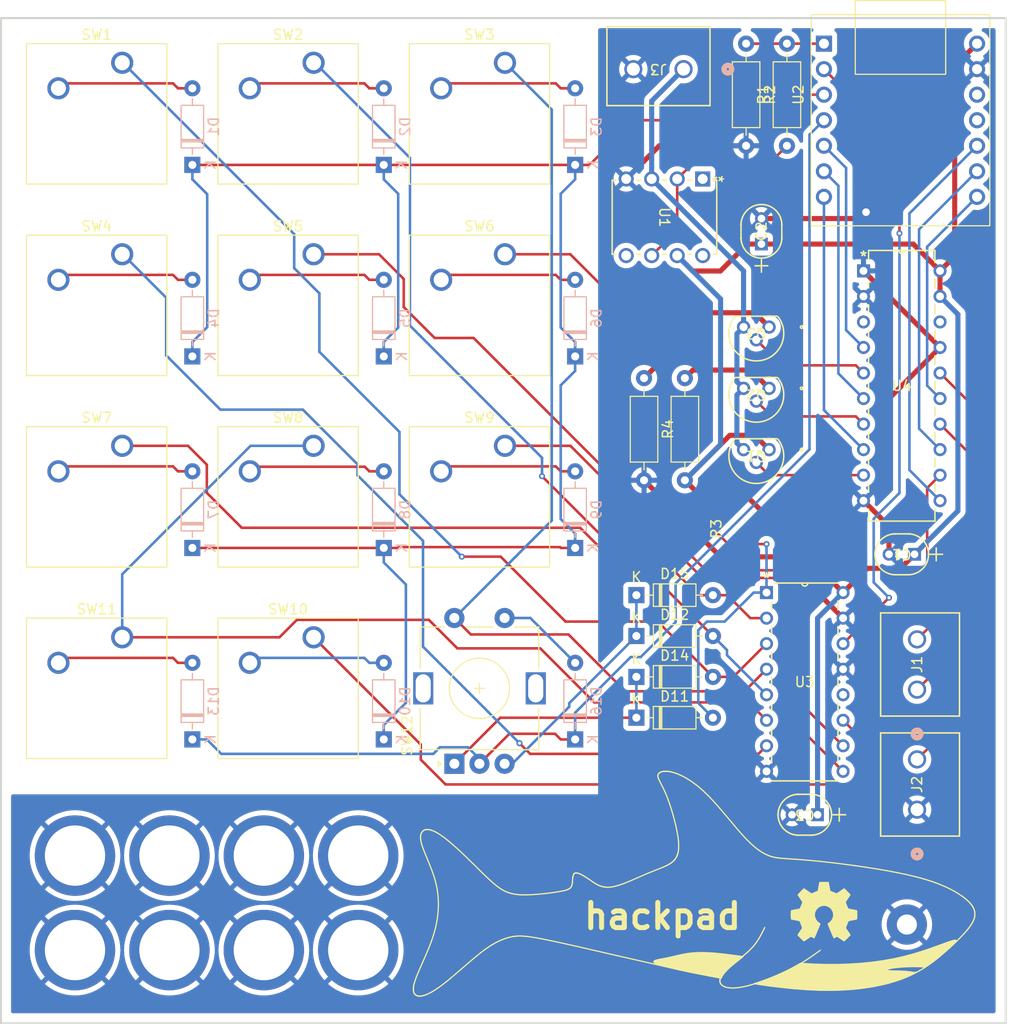
<source format=kicad_pcb>
(kicad_pcb (version 20240108) (generator "pcbnew") (generator_version "8.0")
  (layers (0 "F.Cu" signal) (31 "B.Cu" signal) (34 "B.Paste" user) (35 "F.Paste" user) (36 "B.SilkS" user "B.Silkscreen") (37 "F.SilkS" user "F.Silkscreen") (38 "B.Mask" user) (39 "F.Mask" user) (44 "Edge.Cuts" user))
  (net 0 "")
  (net 1 "5V")
  (net 2 "GND")
  (net 3 "Net-(D1-A)")
  (net 4 "KB0")
  (net 5 "Net-(D2-A)")
  (net 6 "Net-(D3-A)")
  (net 7 "Net-(D4-A)")
  (net 8 "Net-(D5-A)")
  (net 9 "Net-(D6-A)")
  (net 10 "Net-(D7-A)")
  (net 11 "Net-(D8-A)")
  (net 12 "Net-(D9-A)")
  (net 13 "Net-(D10-A)")
  (net 14 "Net-(D11-K)")
  (net 15 "Net-(D11-A)")
  (net 16 "Net-(D12-K)")
  (net 17 "Net-(D12-A)")
  (net 18 "KB1")
  (net 19 "Net-(D13-A)")
  (net 20 "Net-(D14-A)")
  (net 21 "Net-(D15-A)")
  (net 22 "Net-(D16-A)")
  (net 23 "Net-(J1-Pin_2)")
  (net 24 "Net-(J1-Pin_1)")
  (net 25 "Net-(J2-Pin_2)")
  (net 27 "SIG")
  (net 28 "Net-(Q1-G)")
  (net 29 "Net-(Q2-S)")
  (net 30 "Net-(Q2-G)")
  (net 31 "Net-(Q3-G)")
  (net 32 "Net-(Q3-S)")
  (net 33 "Net-(U1--)")
  (net 34 "Net-(U2-PA02_A0_D0)")
  (net 35 "Net-(U3-Q2)")
  (net 36 "Net-(U3-Q3)")
  (net 37 "Net-(U3-Q4)")
  (net 38 "Net-(U3-Q7)")
  (net 39 "Net-(U3-Q8)")
  (net 40 "Net-(U3-Q9)")
  (net 44 "WPU")
  (net 45 "3V3")
  (net 46 "KBCLK")
  (net 47 "PD")
  (net 48 "SPU")
  (net 50 "GP1")
  (net 52 "GP2")
  (net 53 "GP0")
  (footprint "Symbol:Smolhaj_Scale_0.1" (layer "F.Cu") (at 112.181521 104.425362)
    (property "Reference" "REF**" (hide yes))
    (property "Value" "Smolhaj_Scale_0.1")
  )
  (footprint "Diode_THT:D_DO-35_SOD27_P7.62mm_Horizontal" (layer "F.Cu") (at 78.486 80.772)
    (property "Reference" "D14")
    (property "Value" "D")
  )
  (footprint "pmos:TO-92_MC_MCH" (layer "F.Cu") (at 91.694 52.07 180)
    (property "Reference" "Q2")
    (property "Value" "TP2104")
  )
  (footprint "MountingHole:MountingHole_8.4mm_M8_Pad" (layer "F.Cu") (at 41.402 107.95)
    (property "Reference" "REF**" (hide yes))
    (property "Value" "MountingHole_8.4mm_M8_Pad" (hide yes))
  )
  (footprint "Button_Switch_Keyboard:SW_Cherry_MX_1.00u_PCB" (layer "F.Cu") (at 27.305 76.835)
    (property "Reference" "SW11")
    (property "Value" "SW")
  )
  (footprint "opamp:PDIP8_300MC_MCH" (layer "F.Cu") (at 85.09 31.242 -90)
    (property "Reference" "U1")
    (property "Value" "MCP6281-E/P")
  )
  (footprint "Resistor_THT:R_Axial_DIN0207_L6.3mm_D2.5mm_P10.16mm_Horizontal" (layer "F.Cu") (at 93.472 27.94 90)
    (property "Reference" "R1")
    (property "Value" "1k")
  )
  (footprint "MountingHole:MountingHole_8.4mm_M8_Pad" (layer "F.Cu") (at 22.606 107.95)
    (property "Reference" "REF**" (hide yes))
    (property "Value" "MountingHole_8.4mm_M8_Pad" (hide yes))
  )
  (footprint "" (layer "F.Cu") (at 32.004 107.95)
    (property "Reference" "")
    (property "Value" "")
  )
  (footprint "cap:CAP_C320_KEM" (layer "F.Cu") (at 106.172 68.58 180)
    (property "Reference" "C1")
    (property "Value" "100n")
  )
  (footprint "Button_Switch_Keyboard:SW_Cherry_MX_1.00u_PCB" (layer "F.Cu") (at 65.405 19.685)
    (property "Reference" "SW3")
    (property "Value" "SW")
  )
  (footprint "Button_Switch_Keyboard:SW_Cherry_MX_1.00u_PCB" (layer "F.Cu") (at 46.355 76.835)
    (property "Reference" "SW10")
    (property "Value" "SW")
  )
  (footprint "Button_Switch_Keyboard:SW_Cherry_MX_1.00u_PCB" (layer "F.Cu") (at 27.305 38.735)
    (property "Reference" "SW4")
    (property "Value" "SW")
  )
  (footprint "Diode_THT:D_DO-35_SOD27_P7.62mm_Horizontal" (layer "F.Cu") (at 78.486 76.708)
    (property "Reference" "D12")
    (property "Value" "D")
  )
  (footprint "nmos:TO-92_MC_MCH" (layer "F.Cu") (at 91.694 45.974 180)
    (property "Reference" "Q3")
    (property "Value" "TN2106")
  )
  (footprint "Button_Switch_Keyboard:SW_Cherry_MX_1.00u_PCB" (layer "F.Cu") (at 27.305 57.785)
    (property "Reference" "SW7")
    (property "Value" "SW")
  )
  (footprint "Button_Switch_Keyboard:SW_Cherry_MX_1.00u_PCB" (layer "F.Cu") (at 46.355 57.785)
    (property "Reference" "SW8")
    (property "Value" "SW")
  )
  (footprint "" (layer "F.Cu") (at 50.8 107.95)
    (property "Reference" "")
    (property "Value" "")
  )
  (footprint "Symbol:OSHW-Symbol_6.7x6mm_SilkScreen" (layer "F.Cu") (at 97.155 104.14)
    (property "Reference" "REF**" (hide yes))
    (property "Value" "OSHW-Symbol_6.7x6mm_SilkScreen" (hide yes))
  )
  (footprint "Resistor_THT:R_Axial_DIN0207_L6.3mm_D2.5mm_P10.16mm_Horizontal" (layer "F.Cu") (at 83.312 51.054 -90)
    (property "Reference" "R3")
    (property "Value" "1k")
  )
  (footprint "Rotary_Encoder:RotaryEncoder_Alps_EC11E-Switch_Vertical_H20mm" (layer "F.Cu") (at 60.365 89.415 90)
    (property "Reference" "SW12")
    (property "Value" "RotaryEncoder_Switch")
  )
  (footprint "cap:CAP_C320_KEM" (layer "F.Cu") (at 96.52 94.488 180)
    (property "Reference" "C3")
    (property "Value" "100n")
  )
  (footprint "Diode_THT:D_DO-35_SOD27_P7.62mm_Horizontal" (layer "F.Cu") (at 78.486 72.644)
    (property "Reference" "D15")
    (property "Value" "D")
  )
  (footprint "MountingHole:MountingHole_8.4mm_M8_Pad" (layer "F.Cu") (at 22.606 98.552)
    (property "Reference" "REF**" (hide yes))
    (property "Value" "MountingHole_8.4mm_M8_Pad" (hide yes))
  )
  (footprint "" (layer "F.Cu") (at 32.004 98.552)
    (property "Reference" "")
    (property "Value" "")
  )
  (footprint "Button_Switch_Keyboard:SW_Cherry_MX_1.00u_PCB" (layer "F.Cu") (at 65.405 57.785)
    (property "Reference" "SW9")
    (property "Value" "SW")
  )
  (footprint "screw:CONN2_710002_WRE" (layer "F.Cu") (at 83.1831 20.32 180)
    (property "Reference" "J3")
    (property "Value" "Screw_Terminal_01x02")
  )
  (footprint "screw:CONN2_710002_WRE" (layer "F.Cu") (at 106.426 82.042 90)
    (property "Reference" "J1")
    (property "Value" "Screw_Terminal_01x02")
  )
  (footprint "cap:CAP_C320_KEM" (layer "F.Cu") (at 90.932 37.719 90)
    (property "Reference" "C2")
    (property "Value" "100n")
  )
  (footprint "" (layer "F.Cu") (at 50.8 98.552)
    (property "Reference" "")
    (property "Value" "")
  )
  (footprint "Button_Switch_Keyboard:SW_Cherry_MX_1.00u_PCB" (layer "F.Cu") (at 46.355 19.685)
    (property "Reference" "SW2")
    (property "Value" "SW")
  )
  (footprint "counter:N16" (layer "F.Cu") (at 99.06 90.17)
    (property "Reference" "U3")
    (property "Value" "CD74HC4017E")
  )
  (footprint "" (layer "F.Cu") (at 105.41 105.41)
    (property "Reference" "")
    (property "Value" "")
  )
  (footprint "Resistor_THT:R_Axial_DIN0207_L6.3mm_D2.5mm_P10.16mm_Horizontal" (layer "F.Cu") (at 79.248 51.054 -90)
    (property "Reference" "R4")
    (property "Value" "100")
  )
  (footprint "Diode_THT:D_DO-35_SOD27_P7.62mm_Horizontal" (layer "F.Cu") (at 78.486 84.836)
    (property "Reference" "D11")
    (property "Value" "D")
  )
  (footprint "screw:CONN2_710002_WRE" (layer "F.Cu") (at 106.426 93.98 90)
    (property "Reference" "J2")
    (property "Value" "Screw_Terminal_01x02")
  )
  (footprint "MountingHole:MountingHole_8.4mm_M8_Pad" (layer "F.Cu") (at 41.402 98.552)
    (property "Reference" "REF**" (hide yes))
    (property "Value" "MountingHole_8.4mm_M8_Pad" (hide yes))
  )
  (footprint "buffer:N20" (layer "F.Cu") (at 108.712 63.246)
    (property "Reference" "U4")
    (property "Value" "SN74ACT241N")
  )
  (footprint "xiao:MOUDLE14P-2.54-21X17.8MM" (layer "F.Cu") (at 104.775 25.4 90)
    (property "Reference" "U2")
    (property "Value" "MOUDLE-SEEEDUINO-XIAO")
  )
  (footprint "pmos:TO-92_MC_MCH" (layer "F.Cu") (at 91.694 58.166 180)
    (property "Reference" "Q1")
    (property "Value" "TP2104")
  )
  (footprint "Resistor_THT:R_Axial_DIN0207_L6.3mm_D2.5mm_P10.16mm_Horizontal" (layer "F.Cu") (at 89.408 17.78 -90)
    (property "Reference" "R2")
    (property "Value" "1k")
  )
  (footprint "Button_Switch_Keyboard:SW_Cherry_MX_1.00u_PCB" (layer "F.Cu") (at 46.355 38.735)
    (property "Reference" "SW5")
    (property "Value" "SW")
  )
  (footprint "Button_Switch_Keyboard:SW_Cherry_MX_1.00u_PCB" (layer "F.Cu") (at 65.405 38.735)
    (property "Reference" "SW6")
    (property "Value" "SW")
  )
  (footprint "Button_Switch_Keyboard:SW_Cherry_MX_1.00u_PCB" (layer "F.Cu") (at 27.305 19.685)
    (property "Reference" "SW1")
    (property "Value" "SW")
  )
  (footprint "Diode_THT:D_DO-35_SOD27_P7.62mm_Horizontal" (layer "B.Cu") (at 34.29 29.845 90)
    (property "Reference" "D1")
    (property "Value" "D")
  )
  (footprint "Diode_THT:D_DO-35_SOD27_P7.62mm_Horizontal" (layer "B.Cu") (at 34.29 86.995 90)
    (property "Reference" "D13")
    (property "Value" "D")
  )
  (footprint "Diode_THT:D_DO-35_SOD27_P7.62mm_Horizontal" (layer "B.Cu") (at 34.29 48.895 90)
    (property "Reference" "D4")
    (property "Value" "D")
  )
  (footprint "Diode_THT:D_DO-35_SOD27_P7.62mm_Horizontal" (layer "B.Cu") (at 72.39 86.995 90)
    (property "Reference" "D16")
    (property "Value" "D")
  )
  (footprint "Diode_THT:D_DO-35_SOD27_P7.62mm_Horizontal" (layer "B.Cu") (at 34.29 67.945 90)
    (property "Reference" "D7")
    (property "Value" "D")
  )
  (footprint "Diode_THT:D_DO-35_SOD27_P7.62mm_Horizontal" (layer "B.Cu") (at 53.34 29.845 90)
    (property "Reference" "D2")
    (property "Value" "D")
  )
  (footprint "Diode_THT:D_DO-35_SOD27_P7.62mm_Horizontal" (layer "B.Cu") (at 53.34 86.995 90)
    (property "Reference" "D10")
    (property "Value" "D")
  )
  (footprint "Diode_THT:D_DO-35_SOD27_P7.62mm_Horizontal" (layer "B.Cu") (at 53.34 67.945 90)
    (property "Reference" "D8")
    (property "Value" "D")
  )
  (footprint "Diode_THT:D_DO-35_SOD27_P7.62mm_Horizontal" (layer "B.Cu") (at 53.34 48.895 90)
    (property "Reference" "D5")
    (property "Value" "D")
  )
  (footprint "Diode_THT:D_DO-35_SOD27_P7.62mm_Horizontal" (layer "B.Cu") (at 72.39 67.945 90)
    (property "Reference" "D9")
    (property "Value" "D")
  )
  (footprint "Diode_THT:D_DO-35_SOD27_P7.62mm_Horizontal" (layer "B.Cu") (at 72.39 29.845 90)
    (property "Reference" "D3")
    (property "Value" "D")
  )
  (footprint "Diode_THT:D_DO-35_SOD27_P7.62mm_Horizontal" (layer "B.Cu") (at 72.39 48.895 90)
    (property "Reference" "D6")
    (property "Value" "D")
  )
  (gr_rect (start 15.24 15.24) (end 115.24 115.24) (stroke (width 0.2)) (fill none) (layer "Edge.Cuts"))
  (gr_text "hackpad" (at 73.025 106.045 0) (layer "F.SilkS") (effects (font (size 2.5 2.5) (thickness 0.5)) (justify left bottom)))
  (segment (start 110.1725 38.9255) (end 108.712 40.386) (width 0.508) (layer "F.Cu") (net 1))
  (segment (start 110.1725 20.0025) (end 112.395 17.78) (width 0.508) (layer "F.Cu") (net 1))
  (segment (start 106.045 37.719) (end 90.932 37.719) (width 0.508) (layer "F.Cu") (net 1))
  (segment (start 101.473 69.977) (end 99.06 72.39) (width 0.508) (layer "F.Cu") (net 1))
  (segment (start 110.1725 20.0025) (end 110.1725 38.9255) (width 0.508) (layer "F.Cu") (net 1))
  (segment (start 86.8544 40.3979) (end 84.0859 40.3979) (width 0.508) (layer "F.Cu") (net 1))
  (segment (start 108.712 40.386) (end 108.712 42.926) (width 0.508) (layer "F.Cu") (net 1))
  (segment (start 84.0859 40.3979) (end 82.55 38.862) (width 0.508) (layer "F.Cu") (net 1))
  (segment (start 106.172 68.58) (end 104.775 69.977) (width 0.508) (layer "F.Cu") (net 1))
  (segment (start 90.932 37.719) (end 89.5333 37.719) (width 0.508) (layer "F.Cu") (net 1))
  (segment (start 104.775 69.977) (end 101.473 69.977) (width 0.508) (layer "F.Cu") (net 1))
  (segment (start 89.408 62.738) (end 99.06 72.39) (width 0.508) (layer "F.Cu") (net 1))
  (segment (start 84.836 62.738) (end 89.408 62.738) (width 0.508) (layer "F.Cu") (net 1))
  (segment (start 106.045 37.719) (end 108.712 40.386) (width 0.508) (layer "F.Cu") (net 1))
  (segment (start 83.312 61.214) (end 84.836 62.738) (width 0.508) (layer "F.Cu") (net 1))
  (segment (start 89.5333 37.719) (end 86.8544 40.3979) (width 0.508) (layer "F.Cu") (net 1))
  (segment (start 91.694 58.166) (end 90.2716 56.7436) (width 0.508) (layer "F.Cu") (net 1))
  (segment (start 87.7824 56.7436) (end 83.312 61.214) (width 0.508) (layer "F.Cu") (net 1))
  (segment (start 90.2716 56.7436) (end 87.7824 56.7436) (width 0.508) (layer "F.Cu") (net 1))
  (segment (start 110.49 44.704) (end 110.49 64.262) (width 0.508) (layer "B.Cu") (net 1))
  (segment (start 96.52 74.93) (end 96.52 94.488) (width 0.508) (layer "B.Cu") (net 1))
  (segment (start 82.55 38.862) (end 86.868 43.18) (width 0.508) (layer "B.Cu") (net 1))
  (segment (start 108.712 42.926) (end 110.49 44.704) (width 0.508) (layer "B.Cu") (net 1))
  (segment (start 86.868 57.658) (end 83.312 61.214) (width 0.508) (layer "B.Cu") (net 1))
  (segment (start 110.49 64.262) (end 106.172 68.58) (width 0.508) (layer "B.Cu") (net 1))
  (segment (start 86.868 43.18) (end 86.868 57.658) (width 0.508) (layer "B.Cu") (net 1))
  (segment (start 99.06 72.39) (end 96.52 74.93) (width 0.508) (layer "B.Cu") (net 1))
  (segment (start 77.47 31.242) (end 80.772 27.94) (width 0.508) (layer "F.Cu") (net 2))
  (segment (start 86.868 68.834) (end 92.964 68.834) (width 0.508) (layer "F.Cu") (net 2))
  (segment (start 101.092 63.246) (end 103.632 65.786) (width 0.508) (layer "F.Cu") (net 2))
  (segment (start 108.712 48.006) (end 101.092 40.386) (width 0.508) (layer "F.Cu") (net 2))
  (segment (start 103.632 65.786) (end 103.632 68.58) (width 0.508) (layer "F.Cu") (net 2))
  (segment (start 101.092 63.246) (end 103.378 60.96) (width 0.508) (layer "F.Cu") (net 2))
  (segment (start 103.378 60.96) (end 103.378 53.34) (width 0.508) (layer "F.Cu") (net 2))
  (segment (start 103.378 53.34) (end 108.712 48.006) (width 0.508) (layer "F.Cu") (net 2))
  (segment (start 79.248 61.214) (end 86.868 68.834) (width 0.508) (layer "F.Cu") (net 2))
  (segment (start 100.711 35.179) (end 101.346 34.544) (width 0.508) (layer "F.Cu") (net 2))
  (segment (start 80.772 27.94) (end 89.408 27.94) (width 0.508) (layer "F.Cu") (net 2))
  (segment (start 90.932 35.179) (end 100.711 35.179) (width 0.508) (layer "F.Cu") (net 2))
  (segment (start 92.964 68.834) (end 99.06 74.93) (width 0.508) (layer "F.Cu") (net 2))
  (via (at 101.346 34.544) (size 1.27) (drill 0.762) (layers "F.Cu" "B.Cu") (net 2))
  (segment (start 34.29 22.225) (end 32.8533 22.225) (width 0.254) (layer "F.Cu") (net 3))
  (segment (start 32.8533 22.225) (end 32.3618 21.7335) (width 0.254) (layer "F.Cu") (net 3))
  (segment (start 21.4465 21.7335) (end 20.955 22.225) (width 0.254) (layer "F.Cu") (net 3))
  (segment (start 32.3618 21.7335) (end 21.4465 21.7335) (width 0.254) (layer "F.Cu") (net 3))
  (segment (start 54.8581 67.8636) (end 70.8719 67.8636) (width 0.254) (layer "F.Cu") (net 4))
  (segment (start 72.39 67.945) (end 70.9533 67.945) (width 0.254) (layer "F.Cu") (net 4))
  (segment (start 85.09 22.86) (end 97.155 22.86) (width 0.254) (layer "F.Cu") (net 4))
  (segment (start 82.55 25.4) (end 85.09 22.86) (width 0.254) (layer "F.Cu") (net 4))
  (segment (start 70.8719 67.8636) (end 70.9533 67.945) (width 0.254) (layer "F.Cu") (net 4))
  (segment (start 73.8267 29.845) (end 78.2717 25.4) (width 0.254) (layer "F.Cu") (net 4))
  (segment (start 34.29 67.945) (end 53.34 67.945) (width 0.254) (layer "F.Cu") (net 4))
  (segment (start 78.2717 25.4) (end 82.55 25.4) (width 0.254) (layer "F.Cu") (net 4))
  (segment (start 72.39 29.845) (end 73.8267 29.845) (width 0.254) (layer "F.Cu") (net 4))
  (segment (start 54.7767 67.945) (end 54.8581 67.8636) (width 0.254) (layer "F.Cu") (net 4))
  (segment (start 53.34 67.945) (end 54.7767 67.945) (width 0.254) (layer "F.Cu") (net 4))
  (segment (start 53.34 29.845) (end 72.39 29.845) (width 0.254) (layer "F.Cu") (net 4))
  (segment (start 34.29 29.845) (end 53.34 29.845) (width 0.254) (layer "F.Cu") (net 4))
  (segment (start 72.39 31.2817) (end 70.9533 32.7184) (width 0.254) (layer "B.Cu") (net 4))
  (segment (start 54.7767 46.0216) (end 53.34 47.4583) (width 0.254) (layer "B.Cu") (net 4))
  (segment (start 53.34 29.845) (end 53.34 31.2817) (width 0.254) (layer "B.Cu") (net 4))
  (segment (start 35.7653 45.983) (end 35.7653 32.757) (width 0.254) (layer "B.Cu") (net 4))
  (segment (start 53.34 48.895) (end 53.34 47.4583) (width 0.254) (layer "B.Cu") (net 4))
  (segment (start 70.9533 51.7684) (end 72.39 50.3317) (width 0.254) (layer "B.Cu") (net 4))
  (segment (start 34.29 29.845) (end 34.29 31.2817) (width 0.254) (layer "B.Cu") (net 4))
  (segment (start 72.39 29.845) (end 72.39 31.2817) (width 0.254) (layer "B.Cu") (net 4))
  (segment (start 70.9533 32.7184) (end 70.9533 46.0216) (width 0.254) (layer "B.Cu") (net 4))
  (segment (start 55.5419 83.3564) (end 55.5419 71.5836) (width 0.254) (layer "B.Cu") (net 4))
  (segment (start 34.29 47.4583) (end 35.7653 45.983) (width 0.254) (layer "B.Cu") (net 4))
  (segment (start 54.7767 32.7184) (end 54.7767 46.0216) (width 0.254) (layer "B.Cu") (net 4))
  (segment (start 72.39 67.945) (end 72.39 66.5083) (width 0.254) (layer "B.Cu") (net 4))
  (segment (start 72.39 48.895) (end 72.39 50.3317) (width 0.254) (layer "B.Cu") (net 4))
  (segment (start 53.34 85.5583) (end 55.5419 83.3564) (width 0.254) (layer "B.Cu") (net 4))
  (segment (start 70.9533 46.0216) (end 72.39 47.4583) (width 0.254) (layer "B.Cu") (net 4))
  (segment (start 53.34 86.995) (end 53.34 85.5583) (width 0.254) (layer "B.Cu") (net 4))
  (segment (start 35.7653 32.757) (end 34.29 31.2817) (width 0.254) (layer "B.Cu") (net 4))
  (segment (start 53.34 31.2817) (end 54.7767 32.7184) (width 0.254) (layer "B.Cu") (net 4))
  (segment (start 53.34 67.945) (end 53.34 69.3817) (width 0.254) (layer "B.Cu") (net 4))
  (segment (start 34.29 48.895) (end 34.29 47.4583) (width 0.254) (layer "B.Cu") (net 4))
  (segment (start 72.39 66.5083) (end 70.9533 65.0716) (width 0.254) (layer "B.Cu") (net 4))
  (segment (start 72.39 48.895) (end 72.39 47.4583) (width 0.254) (layer "B.Cu") (net 4))
  (segment (start 70.9533 65.0716) (end 70.9533 51.7684) (width 0.254) (layer "B.Cu") (net 4))
  (segment (start 55.5419 71.5836) (end 53.34 69.3817) (width 0.254) (layer "B.Cu") (net 4))
  (segment (start 40.4964 21.7336) (end 40.005 22.225) (width 0.254) (layer "F.Cu") (net 5))
  (segment (start 53.34 22.225) (end 51.9033 22.225) (width 0.254) (layer "F.Cu") (net 5))
  (segment (start 51.9033 22.225) (end 51.4119 21.7336) (width 0.254) (layer "F.Cu") (net 5))
  (segment (start 51.4119 21.7336) (end 40.4964 21.7336) (width 0.254) (layer "F.Cu") (net 5))
  (segment (start 72.39 22.225) (end 70.9533 22.225) (width 0.254) (layer "F.Cu") (net 6))
  (segment (start 70.4619 21.7336) (end 59.5464 21.7336) (width 0.254) (layer "F.Cu") (net 6))
  (segment (start 70.9533 22.225) (end 70.4619 21.7336) (width 0.254) (layer "F.Cu") (net 6))
  (segment (start 59.5464 21.7336) (end 59.055 22.225) (width 0.254) (layer "F.Cu") (net 6))
  (segment (start 34.29 41.275) (end 32.8533 41.275) (width 0.254) (layer "F.Cu") (net 7))
  (segment (start 32.3619 40.7836) (end 21.4464 40.7836) (width 0.254) (layer "F.Cu") (net 7))
  (segment (start 32.8533 41.275) (end 32.3619 40.7836) (width 0.254) (layer "F.Cu") (net 7))
  (segment (start 21.4464 40.7836) (end 20.955 41.275) (width 0.254) (layer "F.Cu") (net 7))
  (segment (start 40.4964 40.7836) (end 40.005 41.275) (width 0.254) (layer "F.Cu") (net 8))
  (segment (start 51.9033 41.275) (end 51.4119 40.7836) (width 0.254) (layer "F.Cu") (net 8))
  (segment (start 51.4119 40.7836) (end 40.4964 40.7836) (width 0.254) (layer "F.Cu") (net 8))
  (segment (start 53.34 41.275) (end 51.9033 41.275) (width 0.254) (layer "F.Cu") (net 8))
  (segment (start 70.9533 41.275) (end 70.4618 40.7835) (width 0.254) (layer "F.Cu") (net 9))
  (segment (start 72.39 41.275) (end 70.9533 41.275) (width 0.254) (layer "F.Cu") (net 9))
  (segment (start 70.4618 40.7835) (end 59.5465 40.7835) (width 0.254) (layer "F.Cu") (net 9))
  (segment (start 59.5465 40.7835) (end 59.055 41.275) (width 0.254) (layer "F.Cu") (net 9))
  (segment (start 34.29 60.325) (end 32.8533 60.325) (width 0.254) (layer "F.Cu") (net 10))
  (segment (start 32.8533 60.325) (end 32.3619 59.8336) (width 0.254) (layer "F.Cu") (net 10))
  (segment (start 32.3619 59.8336) (end 21.4464 59.8336) (width 0.254) (layer "F.Cu") (net 10))
  (segment (start 21.4464 59.8336) (end 20.955 60.325) (width 0.254) (layer "F.Cu") (net 10))
  (segment (start 40.005 60.325) (end 40.4608 59.8692) (width 0.254) (layer "F.Cu") (net 11))
  (segment (start 51.4475 59.8692) (end 51.9033 60.325) (width 0.254) (layer "F.Cu") (net 11))
  (segment (start 40.4608 59.8692) (end 51.4475 59.8692) (width 0.254) (layer "F.Cu") (net 11))
  (segment (start 53.34 60.325) (end 51.9033 60.325) (width 0.254) (layer "F.Cu") (net 11))
  (segment (start 72.39 60.325) (end 70.9533 60.325) (width 0.254) (layer "F.Cu") (net 12))
  (segment (start 59.5464 59.8336) (end 59.055 60.325) (width 0.254) (layer "F.Cu") (net 12))
  (segment (start 70.4619 59.8336) (end 59.5464 59.8336) (width 0.254) (layer "F.Cu") (net 12))
  (segment (start 70.9533 60.325) (end 70.4619 59.8336) (width 0.254) (layer "F.Cu") (net 12))
  (segment (start 53.34 79.375) (end 51.9033 79.375) (width 0.254) (layer "B.Cu") (net 13))
  (segment (start 40.4964 78.8836) (end 40.005 79.375) (width 0.254) (layer "B.Cu") (net 13))
  (segment (start 51.9033 79.375) (end 51.4119 78.8836) (width 0.254) (layer "B.Cu") (net 13))
  (segment (start 51.4119 78.8836) (end 40.4964 78.8836) (width 0.254) (layer "B.Cu") (net 13))
  (segment (start 64.944 84.836) (end 60.365 89.415) (width 0.254) (layer "F.Cu") (net 14))
  (segment (start 78.486 84.836) (end 64.944 84.836) (width 0.254) (layer "F.Cu") (net 14))
  (segment (start 78.486 84.836) (end 78.486 80.772) (width 0.254) (layer "B.Cu") (net 14))
  (segment (start 85.091302 65.022698) (end 87.632604 67.564) (width 0.254) (layer "F.Cu") (net 15))
  (segment (start 76.18925 43.01725) (end 71.907 38.735) (width 0.254) (layer "F.Cu") (net 15))
  (segment (start 71.907 38.735) (end 65.405 38.735) (width 0.254) (layer "F.Cu") (net 15))
  (segment (start 85.091302 65.022698) (end 76.18925 56.120647) (width 0.254) (layer "F.Cu") (net 15))
  (segment (start 87.632604 67.564) (end 91.44 67.564) (width 0.254) (layer "F.Cu") (net 15))
  (segment (start 76.18925 56.120647) (end 76.18925 43.01725) (width 0.254) (layer "F.Cu") (net 15))
  (via (at 91.44 67.564) (size 0.6) (drill 0.3) (layers "F.Cu" "B.Cu") (net 15))
  (segment (start 90.1556 72.39) (end 87.2743 75.2713) (width 0.254) (layer "B.Cu") (net 15))
  (segment (start 90.7978 72.39) (end 90.1556 72.39) (width 0.254) (layer "B.Cu") (net 15))
  (segment (start 91.44 67.564) (end 91.44 72.39) (width 0.254) (layer "B.Cu") (net 15))
  (segment (start 91.44 72.39) (end 90.7978 72.39) (width 0.254) (layer "B.Cu") (net 15))
  (segment (start 85.5084 75.2713) (end 84.6464 76.1333) (width 0.254) (layer "B.Cu") (net 15))
  (segment (start 84.6464 83.3764) (end 86.106 84.836) (width 0.254) (layer "B.Cu") (net 15))
  (segment (start 87.2743 75.2713) (end 85.5084 75.2713) (width 0.254) (layer "B.Cu") (net 15))
  (segment (start 84.6464 76.1333) (end 84.6464 83.3764) (width 0.254) (layer "B.Cu") (net 15))
  (segment (start 78.486 76.708) (end 78.486 77.063) (width 0.254) (layer "B.Cu") (net 16))
  (segment (start 71.802345 83.740345) (end 66.12769 89.415) (width 0.254) (layer "B.Cu") (net 16))
  (segment (start 66.134 89.415) (end 65.365 89.415) (width 0.254) (layer "B.Cu") (net 16))
  (segment (start 78.486 72.644) (end 78.486 76.708) (width 0.254) (layer "B.Cu") (net 16))
  (segment (start 66.12769 89.415) (end 65.365 89.415) (width 0.254) (layer "B.Cu") (net 16))
  (segment (start 78.486 76.708) (end 71.802345 83.391655) (width 0.254) (layer "B.Cu") (net 16))
  (segment (start 71.802345 83.391655) (end 71.802345 83.740345) (width 0.254) (layer "B.Cu") (net 16))
  (segment (start 77.4954 70.55) (end 72.8857 65.9403) (width 0.254) (layer "F.Cu") (net 17))
  (segment (start 33.8474 57.785) (end 27.305 57.785) (width 0.254) (layer "F.Cu") (net 17))
  (segment (start 35.7267 62.467) (end 35.7267 59.6643) (width 0.254) (layer "F.Cu") (net 17))
  (segment (start 72.8857 65.9403) (end 39.2 65.9403) (width 0.254) (layer "F.Cu") (net 17))
  (segment (start 79.948 70.55) (end 77.4954 70.55) (width 0.254) (layer "F.Cu") (net 17))
  (segment (start 35.7267 59.6643) (end 33.8474 57.785) (width 0.254) (layer "F.Cu") (net 17))
  (segment (start 39.2 65.9403) (end 35.7267 62.467) (width 0.254) (layer "F.Cu") (net 17))
  (segment (start 86.106 76.708) (end 79.948 70.55) (width 0.254) (layer "F.Cu") (net 17))
  (segment (start 87.503 78.105) (end 87.503 78.613) (width 0.254) (layer "B.Cu") (net 17))
  (segment (start 91.44 82.55) (end 87.503 78.613) (width 0.254) (layer "B.Cu") (net 17))
  (segment (start 86.106 76.708) (end 87.503 78.105) (width 0.254) (layer "B.Cu") (net 17))
  (segment (start 65.8472 86.4328) (end 62.865 89.415) (width 0.254) (layer "F.Cu") (net 18))
  (segment (start 70.3911 86.4328) (end 65.8472 86.4328) (width 0.254) (layer "F.Cu") (net 18))
  (segment (start 70.9533 86.995) (end 70.3911 86.4328) (width 0.254) (layer "F.Cu") (net 18))
  (segment (start 72.39 86.995) (end 70.9533 86.995) (width 0.254) (layer "F.Cu") (net 18))
  (segment (start 62.865 88.9335) (end 61.7098 87.7783) (width 0.254) (layer "B.Cu") (net 18))
  (segment (start 37.1634 88.4317) (end 35.7267 86.995) (width 0.254) (layer "B.Cu") (net 18))
  (segment (start 58.928 87.7783) (end 58.2746 88.4317) (width 0.254) (layer "B.Cu") (net 18))
  (segment (start 82.39295 75.32435) (end 78.9138 78.8035) (width 0.254) (layer "B.Cu") (net 18))
  (segment (start 72.39 84.333) (end 72.39 86.995) (width 0.254) (layer "B.Cu") (net 18))
  (segment (start 97.155 25.4) (end 95.72 26.835) (width 0.254) (layer "B.Cu") (net 18))
  (segment (start 82.39295 71.47095) (end 82.39295 75.32435) (width 0.254) (layer "B.Cu") (net 18))
  (segment (start 95.72 26.835) (end 95.72 58.1439) (width 0.254) (layer "B.Cu") (net 18))
  (segment (start 58.2746 88.4317) (end 37.1634 88.4317) (width 0.254) (layer "B.Cu") (net 18))
  (segment (start 61.7098 87.7783) (end 58.928 87.7783) (width 0.254) (layer "B.Cu") (net 18))
  (segment (start 78.9138 78.8035) (end 77.9195 78.8035) (width 0.254) (layer "B.Cu") (net 18))
  (segment (start 77.9195 78.8035) (end 72.39 84.333) (width 0.254) (layer "B.Cu") (net 18))
  (segment (start 62.865 89.415) (end 62.865 88.9335) (width 0.254) (layer "B.Cu") (net 18))
  (segment (start 35.7267 86.995) (end 34.29 86.995) (width 0.254) (layer "B.Cu") (net 18))
  (segment (start 95.72 58.1439) (end 82.39295 71.47095) (width 0.254) (layer "B.Cu") (net 18))
  (segment (start 21.4464 78.8836) (end 20.955 79.375) (width 0.254) (layer "F.Cu") (net 19))
  (segment (start 32.8533 79.375) (end 32.3619 78.8836) (width 0.254) (layer "F.Cu") (net 19))
  (segment (start 32.3619 78.8836) (end 21.4464 78.8836) (width 0.254) (layer "F.Cu") (net 19))
  (segment (start 34.29 79.375) (end 32.8533 79.375) (width 0.254) (layer "F.Cu") (net 19))
  (segment (start 86.106 80.772) (end 88.138 80.772) (width 0.254) (layer "F.Cu") (net 20))
  (segment (start 71.4328 75.2713) (end 64.9754 68.8139) (width 0.254) (layer "F.Cu") (net 20))
  (segment (start 88.138 80.772) (end 91.44 77.47) (width 0.254) (layer "F.Cu") (net 20))
  (segment (start 64.9754 68.8139) (end 61.1064 68.8139) (width 0.254) (layer "F.Cu") (net 20))
  (segment (start 80.6053 75.2713) (end 71.4328 75.2713) (width 0.254) (layer "F.Cu") (net 20))
  (segment (start 86.106 80.772) (end 80.6053 75.2713) (width 0.254) (layer "F.Cu") (net 20))
  (via (at 61.1064 68.8139) (size 0.6) (drill 0.3) (layers "F.Cu" "B.Cu") (net 20))
  (segment (start 54.9008 62.6083) (end 61.1064 68.8139) (width 0.254) (layer "B.Cu") (net 20))
  (segment (start 44.4243 36.7322) (end 44.4243 40.1158) (width 0.254) (layer "B.Cu") (net 20))
  (segment (start 54.9008 56.4069) (end 54.9008 62.6083) (width 0.254) (layer "B.Cu") (net 20))
  (segment (start 46.93 42.6215) (end 46.93 48.4361) (width 0.254) (layer "B.Cu") (net 20))
  (segment (start 27.3771 19.685) (end 44.4243 36.7322) (width 0.254) (layer "B.Cu") (net 20))
  (segment (start 27.305 19.685) (end 27.3771 19.685) (width 0.254) (layer "B.Cu") (net 20))
  (segment (start 44.4243 40.1158) (end 46.93 42.6215) (width 0.254) (layer "B.Cu") (net 20))
  (segment (start 46.93 48.4361) (end 54.9008 56.4069) (width 0.254) (layer "B.Cu") (net 20))
  (segment (start 81.5421 69.5168) (end 77.7979 69.5168) (width 0.254) (layer "F.Cu") (net 21))
  (segment (start 77.7979 69.5168) (end 69.0939 60.8128) (width 0.254) (layer "F.Cu") (net 21))
  (segment (start 84.6693 72.644) (end 81.5421 69.5168) (width 0.254) (layer "F.Cu") (net 21))
  (segment (start 86.106 72.644) (end 87.5427 72.644) (width 0.254) (layer "F.Cu") (net 21))
  (segment (start 89.8287 74.93) (end 91.44 74.93) (width 0.254) (layer "F.Cu") (net 21))
  (segment (start 86.106 72.644) (end 84.6693 72.644) (width 0.254) (layer "F.Cu") (net 21))
  (segment (start 87.5427 72.644) (end 89.8287 74.93) (width 0.254) (layer "F.Cu") (net 21))
  (via (at 69.0939 60.8128) (size 0.6) (drill 0.3) (layers "F.Cu" "B.Cu") (net 21))
  (segment (start 55.9483 45.8306) (end 55.9483 29.1444) (width 0.254) (layer "B.Cu") (net 21))
  (segment (start 69.0939 60.8128) (end 69.0939 58.9762) (width 0.254) (layer "B.Cu") (net 21))
  (segment (start 55.9483 29.1444) (end 46.4889 19.685) (width 0.254) (layer "B.Cu") (net 21))
  (segment (start 69.0939 58.9762) (end 55.9483 45.8306) (width 0.254) (layer "B.Cu") (net 21))
  (segment (start 46.4889 19.685) (end 46.355 19.685) (width 0.254) (layer "B.Cu") (net 21))
  (segment (start 67.93 74.915) (end 72.39 79.375) (width 0.254) (layer "B.Cu") (net 22))
  (segment (start 65.365 74.915) (end 67.93 74.915) (width 0.254) (layer "B.Cu") (net 22))
  (segment (start 107.442 67.3227) (end 107.442 76.026) (width 0.254) (layer "F.Cu") (net 23))
  (segment (start 107.4293 61.9887) (end 107.4293 67.31) (width 0.254) (layer "F.Cu") (net 23))
  (segment (start 108.712 60.706) (end 107.4293 61.9887) (width 0.254) (layer "F.Cu") (net 23))
  (segment (start 107.4293 67.31) (end 107.442 67.3227) (width 0.254) (layer "F.Cu") (net 23))
  (segment (start 107.442 76.026) (end 106.426 77.042) (width 0.254) (layer "F.Cu") (net 23))
  (segment (start 108.712 55.626) (end 111.76 58.674) (width 0.254) (layer "F.Cu") (net 24))
  (segment (start 111.76 58.674) (end 111.76 76.708) (width 0.254) (layer "F.Cu") (net 24))
  (segment (start 111.76 76.708) (end 106.426 82.042) (width 0.254) (layer "F.Cu") (net 24))
  (segment (start 112.522 82.884) (end 106.426 88.98) (width 0.254) (layer "F.Cu") (net 25))
  (segment (start 112.522 54.356) (end 112.522 82.884) (width 0.254) (layer "F.Cu") (net 25))
  (segment (start 108.712 50.546) (end 112.522 54.356) (width 0.254) (layer "F.Cu") (net 25))
  (segment (start 80.01 31.242) (end 89.154 40.386) (width 0.508) (layer "B.Cu") (net 27))
  (segment (start 83.1831 20.32) (end 80.01 23.4931) (width 0.508) (layer "B.Cu") (net 27))
  (segment (start 88.4936 52.7304) (end 89.154 52.07) (width 0.508) (layer "B.Cu") (net 27))
  (segment (start 89.154 52.07) (end 88.4936 51.4096) (width 0.508) (layer "B.Cu") (net 27))
  (segment (start 88.4936 57.5056) (end 88.4936 52.7304) (width 0.508) (layer "B.Cu") (net 27))
  (segment (start 89.154 58.166) (end 88.4936 57.5056) (width 0.508) (layer "B.Cu") (net 27))
  (segment (start 88.4936 46.6344) (end 89.154 45.974) (width 0.508) (layer "B.Cu") (net 27))
  (segment (start 88.4936 51.4096) (end 88.4936 46.6344) (width 0.508) (layer "B.Cu") (net 27))
  (segment (start 89.154 40.386) (end 89.154 45.974) (width 0.508) (layer "B.Cu") (net 27))
  (segment (start 80.01 23.4931) (end 80.01 31.242) (width 0.508) (layer "B.Cu") (net 27))
  (segment (start 101.092 60.706) (end 91.694 60.706) (width 0.254) (layer "F.Cu") (net 28))
  (segment (start 91.694 60.706) (end 90.424 59.436) (width 0.254) (layer "F.Cu") (net 28))
  (segment (start 89.878001 50.254001) (end 91.694 52.07) (width 0.508) (layer "F.Cu") (net 29))
  (segment (start 83.312 51.054) (end 84.111999 50.254001) (width 0.508) (layer "F.Cu") (net 29))
  (segment (start 84.111999 50.254001) (end 89.878001 50.254001) (width 0.508) (layer "F.Cu") (net 29))
  (segment (start 100.33 54.864) (end 91.948 54.864) (width 0.254) (layer "F.Cu") (net 30))
  (segment (start 101.092 55.626) (end 100.33 54.864) (width 0.254) (layer "F.Cu") (net 30))
  (segment (start 90.424 53.34) (end 91.948 54.864) (width 0.254) (layer "F.Cu") (net 30))
  (segment (start 101.092 50.546) (end 100.33 49.784) (width 0.254) (layer "F.Cu") (net 31))
  (segment (start 92.964 49.784) (end 90.424 47.244) (width 0.254) (layer "F.Cu") (net 31))
  (segment (start 100.33 49.784) (end 92.964 49.784) (width 0.254) (layer "F.Cu") (net 31))
  (segment (start 90.2716 44.5516) (end 91.694 45.974) (width 0.508) (layer "F.Cu") (net 32))
  (segment (start 85.7504 44.5516) (end 90.2716 44.5516) (width 0.508) (layer "F.Cu") (net 32))
  (segment (start 79.248 51.054) (end 85.7504 44.5516) (width 0.508) (layer "F.Cu") (net 32))
  (segment (start 82.55 36.322) (end 82.55 32.6677) (width 0.254) (layer "F.Cu") (net 33))
  (segment (start 84.074 29.718) (end 91.694 29.718) (width 0.254) (layer "F.Cu") (net 33))
  (segment (start 91.694 29.718) (end 93.472 27.94) (width 0.254) (layer "F.Cu") (net 33))
  (segment (start 82.55 32.6677) (end 82.55 31.242) (width 0.254) (layer "F.Cu") (net 33))
  (segment (start 80.01 38.862) (end 82.55 36.322) (width 0.254) (layer "F.Cu") (net 33))
  (segment (start 82.55 31.242) (end 84.074 29.718) (width 0.254) (layer "F.Cu") (net 33))
  (segment (start 97.155 17.78) (end 93.472 17.78) (width 0.254) (layer "F.Cu") (net 34))
  (segment (start 93.472 17.78) (end 89.408 17.78) (width 0.254) (layer "F.Cu") (net 34))
  (segment (start 77.381 82.207) (end 71.7257 76.5517) (width 0.254) (layer "F.Cu") (net 35))
  (segment (start 89.243 82.207) (end 77.381 82.207) (width 0.254) (layer "F.Cu") (net 35))
  (segment (start 62.0017 76.5517) (end 60.365 74.915) (width 0.254) (layer "F.Cu") (net 35))
  (segment (start 71.7257 76.5517) (end 62.0017 76.5517) (width 0.254) (layer "F.Cu") (net 35))
  (segment (start 91.44 80.01) (end 89.243 82.207) (width 0.254) (layer "F.Cu") (net 35))
  (segment (start 60.365 74.915) (end 70.0622 65.2178) (width 0.254) (layer "B.Cu") (net 35))
  (segment (start 70.0622 24.3422) (end 65.405 19.685) (width 0.254) (layer "B.Cu") (net 35))
  (segment (start 70.0622 65.2178) (end 70.0622 24.3422) (width 0.254) (layer "B.Cu") (net 35))
  (segment (start 67.9099 88.4317) (end 66.8493 87.3711) (width 0.254) (layer "F.Cu") (net 36))
  (segment (start 90.6383 88.4317) (end 67.9099 88.4317) (width 0.254) (layer "F.Cu") (net 36))
  (segment (start 91.44 87.63) (end 90.6383 88.4317) (width 0.254) (layer "F.Cu") (net 36))
  (via (at 66.8493 87.3711) (size 0.6) (drill 0.3) (layers "F.Cu" "B.Cu") (net 36))
  (segment (start 50.7302 60.7206) (end 57.2474 67.2378) (width 0.254) (layer "B.Cu") (net 36))
  (segment (start 31.6817 43.0542) (end 31.6817 48.7935) (width 0.254) (layer "B.Cu") (net 36))
  (segment (start 57.2474 67.2378) (end 57.2474 77.7692) (width 0.254) (layer "B.Cu") (net 36))
  (segment (start 27.305 38.735) (end 27.3625 38.735) (width 0.254) (layer "B.Cu") (net 36))
  (segment (start 31.6817 48.7935) (end 37.0766 54.1884) (width 0.254) (layer "B.Cu") (net 36))
  (segment (start 57.2474 77.7692) (end 66.8493 87.3711) (width 0.254) (layer "B.Cu") (net 36))
  (segment (start 27.3625 38.735) (end 31.6817 43.0542) (width 0.254) (layer "B.Cu") (net 36))
  (segment (start 37.0766 54.1884) (end 45.2868 54.1884) (width 0.254) (layer "B.Cu") (net 36))
  (segment (start 50.7302 59.6318) (end 50.7302 60.7206) (width 0.254) (layer "B.Cu") (net 36))
  (segment (start 45.2868 54.1884) (end 50.7302 59.6318) (width 0.254) (layer "B.Cu") (net 36))
  (segment (start 62.2853 47.0607) (end 85.392 70.1674) (width 0.254) (layer "F.Cu") (net 37))
  (segment (start 92.5562 70.1674) (end 94.5064 72.1176) (width 0.254) (layer "F.Cu") (net 37))
  (segment (start 55.32855 43.98545) (end 58.4038 47.0607) (width 0.254) (layer "F.Cu") (net 37))
  (segment (start 46.355 38.735) (end 52.87 38.735) (width 0.254) (layer "F.Cu") (net 37))
  (segment (start 94.5064 83.0764) (end 99.06 87.63) (width 0.254) (layer "F.Cu") (net 37))
  (segment (start 94.5064 72.1176) (end 94.5064 83.0764) (width 0.254) (layer "F.Cu") (net 37))
  (segment (start 55.32855 41.19355) (end 55.32855 43.98545) (width 0.254) (layer "F.Cu") (net 37))
  (segment (start 58.4038 47.0607) (end 62.2853 47.0607) (width 0.254) (layer "F.Cu") (net 37))
  (segment (start 52.87 38.735) (end 55.32855 41.19355) (width 0.254) (layer "F.Cu") (net 37))
  (segment (start 85.392 70.1674) (end 92.5562 70.1674) (width 0.254) (layer "F.Cu") (net 37))
  (segment (start 68.9215 77.9383) (end 60.6663 77.9383) (width 0.254) (layer "F.Cu") (net 38))
  (segment (start 91.44 85.09) (end 89.6597 83.3097) (width 0.254) (layer "F.Cu") (net 38))
  (segment (start 57.828 75.1) (end 44.6918 75.1) (width 0.254) (layer "F.Cu") (net 38))
  (segment (start 89.6597 83.3097) (end 74.2929 83.3097) (width 0.254) (layer "F.Cu") (net 38))
  (segment (start 74.2929 83.3097) (end 68.9215 77.9383) (width 0.254) (layer "F.Cu") (net 38))
  (segment (start 44.6918 75.1) (end 42.9568 76.835) (width 0.254) (layer "F.Cu") (net 38))
  (segment (start 42.9568 76.835) (end 27.305 76.835) (width 0.254) (layer "F.Cu") (net 38))
  (segment (start 60.6663 77.9383) (end 57.828 75.1) (width 0.254) (layer "F.Cu") (net 38))
  (segment (start 40.085 57.785) (end 27.305 70.565) (width 0.254) (layer "B.Cu") (net 38))
  (segment (start 46.355 57.785) (end 40.085 57.785) (width 0.254) (layer "B.Cu") (net 38))
  (segment (start 27.305 70.565) (end 27.305 76.835) (width 0.254) (layer "B.Cu") (net 38))
  (segment (start 92.2382 70.9294) (end 93.7124 72.4036) (width 0.254) (layer "F.Cu") (net 39))
  (segment (start 71.9144 57.785) (end 85.0588 70.9294) (width 0.254) (layer "F.Cu") (net 39))
  (segment (start 93.7124 84.8224) (end 93.7124 72.4036) (width 0.254) (layer "F.Cu") (net 39))
  (segment (start 85.0588 70.9294) (end 92.2382 70.9294) (width 0.254) (layer "F.Cu") (net 39))
  (segment (start 99.06 90.17) (end 93.7124 84.8224) (width 0.254) (layer "F.Cu") (net 39))
  (segment (start 65.405 57.785) (end 71.9144 57.785) (width 0.254) (layer "F.Cu") (net 39))
  (segment (start 57.0253 89.0055) (end 59.4926 91.4728) (width 0.254) (layer "F.Cu") (net 40))
  (segment (start 46.355 76.835) (end 57.0253 87.5053) (width 0.254) (layer "F.Cu") (net 40))
  (segment (start 57.0253 87.63) (end 57.0253 89.0055) (width 0.254) (layer "F.Cu") (net 40))
  (segment (start 57.0253 87.5053) (end 57.0253 87.63) (width 0.254) (layer "F.Cu") (net 40))
  (segment (start 100.378 90.7025) (end 100.378 86.408) (width 0.254) (layer "F.Cu") (net 40))
  (segment (start 59.4926 91.4728) (end 99.6077 91.4728) (width 0.254) (layer "F.Cu") (net 40))
  (segment (start 100.378 86.408) (end 99.06 85.09) (width 0.254) (layer "F.Cu") (net 40))
  (segment (start 99.6077 91.4728) (end 100.378 90.7025) (width 0.254) (layer "F.Cu") (net 40))
  (segment (start 108.712 58.166) (end 106.6262 56.0802) (width 0.254) (layer "B.Cu") (net 44))
  (segment (start 106.6262 56.0802) (end 106.6262 36.2488) (width 0.254) (layer "B.Cu") (net 44))
  (segment (start 112.395 30.48) (end 106.6262 36.2488) (width 0.254) (layer "B.Cu") (net 44))
  (segment (start 104.672 27.837) (end 97.155 20.32) (width 0.254) (layer "F.Cu") (net 46))
  (segment (start 104.672 36.657) (end 104.672 27.837) (width 0.254) (layer "F.Cu") (net 46))
  (segment (start 103.632 72.898) (end 99.06 77.47) (width 0.254) (layer "F.Cu") (net 46))
  (via (at 103.632 72.898) (size 0.6) (drill 0.3) (layers "F.Cu" "B.Cu") (net 46))
  (via (at 104.672 36.657) (size 0.6) (drill 0.3) (layers "F.Cu" "B.Cu") (net 46))
  (segment (start 102.108 65.048) (end 102.108 71.374) (width 0.254) (layer "B.Cu") (net 46))
  (segment (start 104.672 36.657) (end 104.672 62.484) (width 0.254) (layer "B.Cu") (net 46))
  (segment (start 99.4854 77.47) (end 99.06 77.47) (width 0.254) (layer "B.Cu") (net 46))
  (segment (start 104.672 62.484) (end 102.108 65.048) (width 0.254) (layer "B.Cu") (net 46))
  (segment (start 102.108 71.374) (end 103.632 72.898) (width 0.254) (layer "B.Cu") (net 46))
  (segment (start 107.4276 51.8016) (end 108.712 53.086) (width 0.254) (layer "B.Cu") (net 47))
  (segment (start 112.395 33.02) (end 107.4276 37.9874) (width 0.254) (layer "B.Cu") (net 47))
  (segment (start 107.4276 37.9874) (end 107.4276 51.8016) (width 0.254) (layer "B.Cu") (net 47))
  (segment (start 105.664 60.198) (end 108.712 63.246) (width 0.254) (layer "B.Cu") (net 48))
  (segment (start 105.664 34.671) (end 105.664 60.198) (width 0.254) (layer "B.Cu") (net 48))
  (segment (start 112.395 27.94) (end 105.664 34.671) (width 0.254) (layer "B.Cu") (net 48))
  (segment (start 98.5936 31.9186) (end 98.5936 50.5876) (width 0.254) (layer "B.Cu") (net 50))
  (segment (start 97.155 30.48) (end 98.5936 31.9186) (width 0.254) (layer "B.Cu") (net 50))
  (segment (start 98.5936 50.5876) (end 101.092 53.086) (width 0.254) (layer "B.Cu") (net 50))
  (segment (start 99.3613 46.2753) (end 99.3613 30.1463) (width 0.254) (layer "B.Cu") (net 52))
  (segment (start 99.3613 30.1463) (end 97.155 27.94) (width 0.254) (layer "B.Cu") (net 52))
  (segment (start 101.092 48.006) (end 99.3613 46.2753) (width 0.254) (layer "B.Cu") (net 52))
  (segment (start 97.155 33.02) (end 97.155 54.229) (width 0.254) (layer "B.Cu") (net 53))
  (segment (start 97.155 54.229) (end 101.092 58.166) (width 0.254) (layer "B.Cu") (net 53))
  (zone (net 2) (net_name "GND") (layer "B.Cu") (connect_pads (clearance 0.508)) (min_thickness 0.381) (fill yes (thermal_gap 0.508) (thermal_bridge_width 0.508))
    (polygon (pts (xy 15.24 92.456) (xy 74.676 92.456) (xy 74.676 15.24) (xy 115.316 15.24) (xy 115.316 115.316) (xy 15.24 115.316)))
  )
)
</source>
